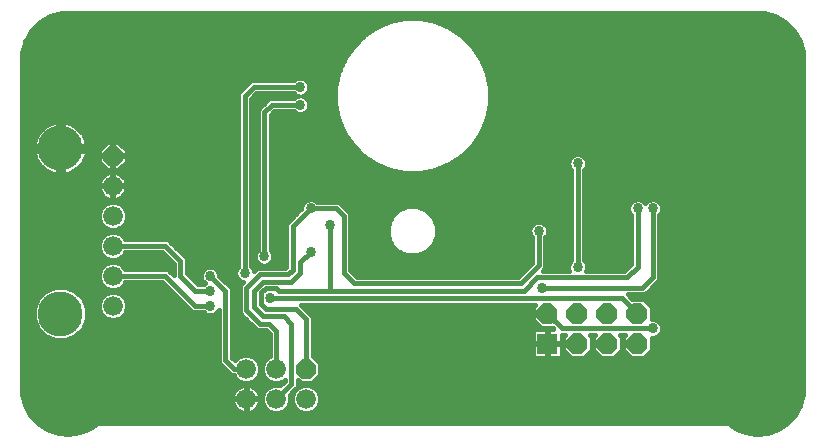
<source format=gbl>
G75*
%MOIN*%
%OFA0B0*%
%FSLAX25Y25*%
%IPPOS*%
%LPD*%
%AMOC8*
5,1,8,0,0,1.08239X$1,22.5*
%
%ADD10OC8,0.06600*%
%ADD11C,0.06600*%
%ADD12R,0.07000X0.07000*%
%ADD13OC8,0.07000*%
%ADD14C,0.15000*%
%ADD15C,0.03369*%
%ADD16C,0.01600*%
D10*
X0119583Y0030000D03*
X0055083Y0101000D03*
D11*
X0055083Y0091000D03*
X0055083Y0081000D03*
X0055083Y0071000D03*
X0055083Y0061000D03*
X0055083Y0051000D03*
X0099583Y0030000D03*
X0109583Y0030000D03*
X0109583Y0020000D03*
X0119583Y0020000D03*
X0099583Y0020000D03*
D12*
X0200012Y0038434D03*
D13*
X0210012Y0038434D03*
X0220012Y0038434D03*
X0230012Y0038434D03*
X0230012Y0048434D03*
X0220012Y0048434D03*
X0210012Y0048434D03*
X0200012Y0048434D03*
D14*
X0037646Y0048441D03*
X0037646Y0103559D03*
D15*
X0087583Y0061000D03*
X0087583Y0056000D03*
X0087583Y0051000D03*
X0099083Y0062000D03*
X0105583Y0067500D03*
X0121083Y0069000D03*
X0127583Y0078000D03*
X0121083Y0083500D03*
X0107583Y0053500D03*
X0198083Y0057000D03*
X0210083Y0064000D03*
X0197083Y0076000D03*
X0197083Y0081000D03*
X0210083Y0098500D03*
X0230083Y0083500D03*
X0235083Y0083500D03*
X0235083Y0043500D03*
X0117583Y0118000D03*
X0117583Y0124000D03*
D16*
X0025907Y0018017D02*
X0027669Y0014729D01*
X0027669Y0014729D01*
X0030179Y0011970D01*
X0033286Y0009905D01*
X0036802Y0008658D01*
X0040515Y0008306D01*
X0044203Y0008869D01*
X0047642Y0010313D01*
X0049108Y0011277D01*
X0049631Y0011800D01*
X0049817Y0011800D01*
X0049965Y0011912D01*
X0050747Y0011800D01*
X0259420Y0011800D01*
X0260201Y0011912D01*
X0260350Y0011800D01*
X0260536Y0011800D01*
X0261059Y0011277D01*
X0262524Y0010313D01*
X0265964Y0008869D01*
X0269651Y0008306D01*
X0273365Y0008658D01*
X0276881Y0009905D01*
X0279988Y0011970D01*
X0282498Y0014729D01*
X0284260Y0018017D01*
X0285168Y0021635D01*
X0285283Y0023500D01*
X0285283Y0133500D01*
X0285153Y0135484D01*
X0284126Y0139317D01*
X0282142Y0142753D01*
X0279337Y0145559D01*
X0275900Y0147543D01*
X0272067Y0148570D01*
X0270083Y0148700D01*
X0040083Y0148700D01*
X0038099Y0148570D01*
X0034267Y0147543D01*
X0030830Y0145559D01*
X0028024Y0142753D01*
X0026040Y0139317D01*
X0025013Y0135484D01*
X0024883Y0133500D01*
X0024883Y0023500D01*
X0024998Y0021635D01*
X0025907Y0018017D01*
X0026081Y0017691D02*
X0095485Y0017691D01*
X0095564Y0017537D02*
X0095998Y0016938D01*
X0096521Y0016415D01*
X0097120Y0015980D01*
X0097779Y0015644D01*
X0098483Y0015416D01*
X0099213Y0015300D01*
X0099399Y0015300D01*
X0099399Y0019816D01*
X0094883Y0019816D01*
X0094883Y0019630D01*
X0094999Y0018899D01*
X0095228Y0018196D01*
X0095564Y0017537D01*
X0094937Y0019290D02*
X0025587Y0019290D01*
X0025186Y0020888D02*
X0094965Y0020888D01*
X0094999Y0021101D02*
X0094883Y0020370D01*
X0094883Y0020184D01*
X0099399Y0020184D01*
X0099399Y0019816D01*
X0099768Y0019816D01*
X0099768Y0020184D01*
X0104283Y0020184D01*
X0104283Y0020370D01*
X0104168Y0021101D01*
X0103939Y0021804D01*
X0103603Y0022463D01*
X0103168Y0023062D01*
X0102645Y0023585D01*
X0102047Y0024020D01*
X0101387Y0024356D01*
X0100684Y0024584D01*
X0099953Y0024700D01*
X0099768Y0024700D01*
X0099768Y0020184D01*
X0099399Y0020184D01*
X0099399Y0024700D01*
X0099213Y0024700D01*
X0098483Y0024584D01*
X0097779Y0024356D01*
X0097120Y0024020D01*
X0096521Y0023585D01*
X0095998Y0023062D01*
X0095564Y0022463D01*
X0095228Y0021804D01*
X0094999Y0021101D01*
X0095581Y0022487D02*
X0024946Y0022487D01*
X0024883Y0024085D02*
X0097249Y0024085D01*
X0097722Y0025684D02*
X0024883Y0025684D01*
X0024883Y0027282D02*
X0095654Y0027282D01*
X0095599Y0027338D02*
X0096921Y0026016D01*
X0098648Y0025300D01*
X0100518Y0025300D01*
X0102246Y0026016D01*
X0103568Y0027338D01*
X0104283Y0029065D01*
X0104283Y0030935D01*
X0103568Y0032662D01*
X0102246Y0033984D01*
X0100518Y0034700D01*
X0098648Y0034700D01*
X0096921Y0033984D01*
X0095816Y0032879D01*
X0094783Y0033911D01*
X0094783Y0056911D01*
X0090668Y0061027D01*
X0090668Y0061613D01*
X0090198Y0062747D01*
X0089330Y0063615D01*
X0088197Y0064084D01*
X0086970Y0064084D01*
X0085836Y0063615D01*
X0084969Y0062747D01*
X0084499Y0061613D01*
X0084499Y0060386D01*
X0084969Y0059253D01*
X0082442Y0059253D01*
X0083495Y0058200D02*
X0079783Y0061911D01*
X0079783Y0066911D01*
X0074783Y0071911D01*
X0073495Y0073200D01*
X0059259Y0073200D01*
X0059068Y0073662D01*
X0057746Y0074984D01*
X0056018Y0075700D01*
X0054148Y0075700D01*
X0052421Y0074984D01*
X0051099Y0073662D01*
X0050383Y0071935D01*
X0050383Y0070065D01*
X0051099Y0068338D01*
X0052421Y0067016D01*
X0054148Y0066300D01*
X0056018Y0066300D01*
X0057746Y0067016D01*
X0059068Y0068338D01*
X0059259Y0068800D01*
X0071672Y0068800D01*
X0075383Y0065089D01*
X0075383Y0061311D01*
X0073495Y0063200D01*
X0059259Y0063200D01*
X0059068Y0063662D01*
X0057746Y0064984D01*
X0056018Y0065700D01*
X0054148Y0065700D01*
X0052421Y0064984D01*
X0051099Y0063662D01*
X0050383Y0061935D01*
X0050383Y0060065D01*
X0051099Y0058338D01*
X0052421Y0057016D01*
X0054148Y0056300D01*
X0056018Y0056300D01*
X0057746Y0057016D01*
X0059068Y0058338D01*
X0059259Y0058800D01*
X0071672Y0058800D01*
X0081672Y0048800D01*
X0085422Y0048800D01*
X0085836Y0048385D01*
X0086970Y0047916D01*
X0088197Y0047916D01*
X0089330Y0048385D01*
X0090198Y0049253D01*
X0090383Y0049700D01*
X0090383Y0032089D01*
X0091672Y0030800D01*
X0094672Y0027800D01*
X0095407Y0027800D01*
X0095599Y0027338D01*
X0093591Y0028881D02*
X0024883Y0028881D01*
X0024883Y0030479D02*
X0091993Y0030479D01*
X0090394Y0032078D02*
X0024883Y0032078D01*
X0024883Y0033676D02*
X0090383Y0033676D01*
X0090383Y0035275D02*
X0024883Y0035275D01*
X0024883Y0036873D02*
X0090383Y0036873D01*
X0090383Y0038472D02*
X0024883Y0038472D01*
X0024883Y0040070D02*
X0034598Y0040070D01*
X0035876Y0039541D02*
X0032605Y0040896D01*
X0030101Y0043399D01*
X0028746Y0046671D01*
X0028746Y0050211D01*
X0030101Y0053482D01*
X0032605Y0055986D01*
X0035876Y0057341D01*
X0039417Y0057341D01*
X0042688Y0055986D01*
X0045191Y0053482D01*
X0046546Y0050211D01*
X0046546Y0046671D01*
X0045191Y0043399D01*
X0042688Y0040896D01*
X0039417Y0039541D01*
X0035876Y0039541D01*
X0040695Y0040070D02*
X0090383Y0040070D01*
X0090383Y0041669D02*
X0043461Y0041669D01*
X0045059Y0043268D02*
X0090383Y0043268D01*
X0090383Y0044866D02*
X0045799Y0044866D01*
X0046461Y0046465D02*
X0053751Y0046465D01*
X0054148Y0046300D02*
X0056018Y0046300D01*
X0057746Y0047016D01*
X0059068Y0048338D01*
X0059783Y0050065D01*
X0059783Y0051935D01*
X0059068Y0053662D01*
X0057746Y0054984D01*
X0056018Y0055700D01*
X0054148Y0055700D01*
X0052421Y0054984D01*
X0051099Y0053662D01*
X0050383Y0051935D01*
X0050383Y0050065D01*
X0051099Y0048338D01*
X0052421Y0047016D01*
X0054148Y0046300D01*
X0056415Y0046465D02*
X0090383Y0046465D01*
X0090383Y0048063D02*
X0088552Y0048063D01*
X0086614Y0048063D02*
X0058793Y0048063D01*
X0059616Y0049662D02*
X0080810Y0049662D01*
X0082583Y0051000D02*
X0072583Y0061000D01*
X0055083Y0061000D01*
X0050720Y0059253D02*
X0024883Y0059253D01*
X0024883Y0060851D02*
X0050383Y0060851D01*
X0050597Y0062450D02*
X0024883Y0062450D01*
X0024883Y0064048D02*
X0051485Y0064048D01*
X0054020Y0065647D02*
X0024883Y0065647D01*
X0024883Y0067245D02*
X0052191Y0067245D01*
X0050889Y0068844D02*
X0024883Y0068844D01*
X0024883Y0070442D02*
X0050383Y0070442D01*
X0050427Y0072041D02*
X0024883Y0072041D01*
X0024883Y0073639D02*
X0051089Y0073639D01*
X0053032Y0075238D02*
X0024883Y0075238D01*
X0024883Y0076836D02*
X0052854Y0076836D01*
X0052421Y0077016D02*
X0054148Y0076300D01*
X0056018Y0076300D01*
X0057746Y0077016D01*
X0059068Y0078338D01*
X0059783Y0080065D01*
X0059783Y0081935D01*
X0059068Y0083662D01*
X0057746Y0084984D01*
X0056018Y0085700D01*
X0054148Y0085700D01*
X0052421Y0084984D01*
X0051099Y0083662D01*
X0050383Y0081935D01*
X0050383Y0080065D01*
X0051099Y0078338D01*
X0052421Y0077016D01*
X0051059Y0078435D02*
X0024883Y0078435D01*
X0024883Y0080033D02*
X0050397Y0080033D01*
X0050383Y0081632D02*
X0024883Y0081632D01*
X0024883Y0083230D02*
X0050920Y0083230D01*
X0052265Y0084829D02*
X0024883Y0084829D01*
X0024883Y0086427D02*
X0053947Y0086427D01*
X0053983Y0086416D02*
X0054713Y0086300D01*
X0054899Y0086300D01*
X0054899Y0090816D01*
X0050383Y0090816D01*
X0050383Y0090630D01*
X0050499Y0089899D01*
X0050728Y0089196D01*
X0051064Y0088537D01*
X0051498Y0087938D01*
X0052021Y0087415D01*
X0052620Y0086980D01*
X0053279Y0086644D01*
X0053983Y0086416D01*
X0054899Y0086427D02*
X0055268Y0086427D01*
X0055268Y0086300D02*
X0055453Y0086300D01*
X0056184Y0086416D01*
X0056887Y0086644D01*
X0057547Y0086980D01*
X0058145Y0087415D01*
X0058668Y0087938D01*
X0059103Y0088537D01*
X0059439Y0089196D01*
X0059668Y0089899D01*
X0059783Y0090630D01*
X0059783Y0090816D01*
X0055268Y0090816D01*
X0055268Y0091184D01*
X0059783Y0091184D01*
X0059783Y0091370D01*
X0059668Y0092101D01*
X0059439Y0092804D01*
X0059103Y0093463D01*
X0058668Y0094062D01*
X0058145Y0094585D01*
X0057547Y0095020D01*
X0056887Y0095356D01*
X0056184Y0095584D01*
X0055453Y0095700D01*
X0055268Y0095700D01*
X0055268Y0091184D01*
X0054899Y0091184D01*
X0054899Y0090816D01*
X0055268Y0090816D01*
X0055268Y0086300D01*
X0056220Y0086427D02*
X0096883Y0086427D01*
X0096883Y0084829D02*
X0057901Y0084829D01*
X0059247Y0083230D02*
X0096883Y0083230D01*
X0096883Y0081632D02*
X0059783Y0081632D01*
X0059770Y0080033D02*
X0096883Y0080033D01*
X0096883Y0078435D02*
X0059108Y0078435D01*
X0057313Y0076836D02*
X0096883Y0076836D01*
X0096883Y0075238D02*
X0057134Y0075238D01*
X0059077Y0073639D02*
X0096883Y0073639D01*
X0096883Y0072041D02*
X0074654Y0072041D01*
X0076252Y0070442D02*
X0096883Y0070442D01*
X0096883Y0068844D02*
X0077851Y0068844D01*
X0079449Y0067245D02*
X0096883Y0067245D01*
X0096883Y0065647D02*
X0079783Y0065647D01*
X0079783Y0064048D02*
X0086883Y0064048D01*
X0088284Y0064048D02*
X0096770Y0064048D01*
X0096883Y0064162D02*
X0096469Y0063747D01*
X0095999Y0062613D01*
X0095999Y0061386D01*
X0096469Y0060253D01*
X0097336Y0059385D01*
X0098412Y0058940D01*
X0097383Y0057911D01*
X0097383Y0048589D01*
X0098672Y0047300D01*
X0103172Y0042800D01*
X0106172Y0042800D01*
X0107383Y0041589D01*
X0107383Y0034176D01*
X0106921Y0033984D01*
X0105599Y0032662D01*
X0104883Y0030935D01*
X0104883Y0029065D01*
X0105599Y0027338D01*
X0106921Y0026016D01*
X0108648Y0025300D01*
X0110518Y0025300D01*
X0112246Y0026016D01*
X0112383Y0026153D01*
X0112383Y0025911D01*
X0110981Y0024508D01*
X0110518Y0024700D01*
X0108648Y0024700D01*
X0106921Y0023984D01*
X0105599Y0022662D01*
X0104883Y0020935D01*
X0104883Y0019065D01*
X0105599Y0017338D01*
X0106921Y0016016D01*
X0108648Y0015300D01*
X0110518Y0015300D01*
X0112246Y0016016D01*
X0113568Y0017338D01*
X0114283Y0019065D01*
X0114283Y0020935D01*
X0114092Y0021397D01*
X0115495Y0022800D01*
X0116783Y0024089D01*
X0116783Y0026153D01*
X0117637Y0025300D01*
X0121530Y0025300D01*
X0124283Y0028053D01*
X0124283Y0031947D01*
X0121783Y0034447D01*
X0121783Y0047411D01*
X0118283Y0050911D01*
X0117895Y0051300D01*
X0195948Y0051300D01*
X0195112Y0050463D01*
X0195112Y0046404D01*
X0197982Y0043534D01*
X0201801Y0043534D01*
X0202001Y0043334D01*
X0200196Y0043334D01*
X0200196Y0038618D01*
X0199828Y0038618D01*
X0199828Y0043334D01*
X0196328Y0043334D01*
X0195971Y0043238D01*
X0195652Y0043054D01*
X0195392Y0042793D01*
X0195207Y0042474D01*
X0195112Y0042118D01*
X0195112Y0038618D01*
X0199828Y0038618D01*
X0199828Y0038250D01*
X0199828Y0038249D02*
X0200196Y0038249D01*
X0200196Y0033534D01*
X0203696Y0033534D01*
X0204052Y0033629D01*
X0204371Y0033814D01*
X0204632Y0034074D01*
X0204816Y0034393D01*
X0204912Y0034749D01*
X0204912Y0038250D01*
X0200196Y0038250D01*
X0200196Y0038618D01*
X0204912Y0038618D01*
X0204912Y0041300D01*
X0205948Y0041300D01*
X0205112Y0040463D01*
X0205112Y0036404D01*
X0207982Y0033534D01*
X0212042Y0033534D01*
X0214912Y0036404D01*
X0214912Y0040463D01*
X0214075Y0041300D01*
X0215948Y0041300D01*
X0215112Y0040463D01*
X0215112Y0036404D01*
X0217982Y0033534D01*
X0222042Y0033534D01*
X0224912Y0036404D01*
X0224912Y0040463D01*
X0224075Y0041300D01*
X0225948Y0041300D01*
X0225112Y0040463D01*
X0225112Y0036404D01*
X0227982Y0033534D01*
X0232042Y0033534D01*
X0234912Y0036404D01*
X0234912Y0040416D01*
X0235697Y0040416D01*
X0236830Y0040885D01*
X0237698Y0041753D01*
X0238168Y0042886D01*
X0238168Y0044113D01*
X0237698Y0045247D01*
X0236830Y0046115D01*
X0235697Y0046584D01*
X0234912Y0046584D01*
X0234912Y0050463D01*
X0232042Y0053334D01*
X0228223Y0053334D01*
X0226757Y0054800D01*
X0232495Y0054800D01*
X0233783Y0056089D01*
X0235995Y0058300D01*
X0237283Y0059589D01*
X0237283Y0081338D01*
X0237698Y0081753D01*
X0238168Y0082886D01*
X0238168Y0084113D01*
X0237698Y0085247D01*
X0236830Y0086115D01*
X0235697Y0086584D01*
X0234470Y0086584D01*
X0233336Y0086115D01*
X0232583Y0085362D01*
X0231830Y0086115D01*
X0230697Y0086584D01*
X0229470Y0086584D01*
X0228336Y0086115D01*
X0227469Y0085247D01*
X0226999Y0084113D01*
X0226999Y0082886D01*
X0227469Y0081753D01*
X0227883Y0081338D01*
X0227883Y0064911D01*
X0225672Y0062700D01*
X0212883Y0062700D01*
X0213168Y0063386D01*
X0213168Y0064613D01*
X0212698Y0065747D01*
X0212283Y0066162D01*
X0212283Y0096338D01*
X0212698Y0096753D01*
X0213168Y0097886D01*
X0213168Y0099113D01*
X0212698Y0100247D01*
X0211830Y0101115D01*
X0210697Y0101584D01*
X0209470Y0101584D01*
X0208336Y0101115D01*
X0207469Y0100247D01*
X0206999Y0099113D01*
X0206999Y0097886D01*
X0207469Y0096753D01*
X0207883Y0096338D01*
X0207883Y0066162D01*
X0207469Y0065747D01*
X0206999Y0064613D01*
X0206999Y0063386D01*
X0207283Y0062700D01*
X0198395Y0062700D01*
X0199283Y0063589D01*
X0199283Y0073838D01*
X0199698Y0074253D01*
X0200168Y0075386D01*
X0200168Y0076613D01*
X0199698Y0077747D01*
X0198830Y0078615D01*
X0197697Y0079084D01*
X0196470Y0079084D01*
X0195336Y0078615D01*
X0194469Y0077747D01*
X0193999Y0076613D01*
X0193999Y0075386D01*
X0194469Y0074253D01*
X0194883Y0073838D01*
X0194883Y0065411D01*
X0190172Y0060700D01*
X0136495Y0060700D01*
X0134283Y0062911D01*
X0134283Y0081911D01*
X0131783Y0084411D01*
X0130495Y0085700D01*
X0123245Y0085700D01*
X0122830Y0086115D01*
X0121697Y0086584D01*
X0120470Y0086584D01*
X0119336Y0086115D01*
X0118469Y0085247D01*
X0117999Y0084113D01*
X0117999Y0083527D01*
X0112883Y0078411D01*
X0112883Y0063911D01*
X0112672Y0063700D01*
X0103172Y0063700D01*
X0102144Y0062671D01*
X0101698Y0063747D01*
X0101283Y0064162D01*
X0101283Y0120089D01*
X0102995Y0121800D01*
X0115422Y0121800D01*
X0115836Y0121385D01*
X0116766Y0121000D01*
X0115836Y0120615D01*
X0115422Y0120200D01*
X0107172Y0120200D01*
X0104672Y0117700D01*
X0103383Y0116411D01*
X0103383Y0069662D01*
X0102969Y0069247D01*
X0102499Y0068113D01*
X0102499Y0066886D01*
X0102969Y0065753D01*
X0103836Y0064885D01*
X0104970Y0064416D01*
X0106197Y0064416D01*
X0107330Y0064885D01*
X0108198Y0065753D01*
X0108668Y0066886D01*
X0108668Y0068113D01*
X0108198Y0069247D01*
X0107783Y0069662D01*
X0107783Y0114589D01*
X0108995Y0115800D01*
X0115422Y0115800D01*
X0115836Y0115385D01*
X0116970Y0114916D01*
X0118197Y0114916D01*
X0119330Y0115385D01*
X0120198Y0116253D01*
X0120668Y0117386D01*
X0120668Y0118613D01*
X0120198Y0119747D01*
X0119330Y0120615D01*
X0118400Y0121000D01*
X0119330Y0121385D01*
X0120198Y0122253D01*
X0120668Y0123386D01*
X0120668Y0124613D01*
X0120198Y0125747D01*
X0119330Y0126615D01*
X0118197Y0127084D01*
X0116970Y0127084D01*
X0115836Y0126615D01*
X0115422Y0126200D01*
X0101172Y0126200D01*
X0099883Y0124911D01*
X0096883Y0121911D01*
X0096883Y0064162D01*
X0095999Y0062450D02*
X0090321Y0062450D01*
X0090843Y0060851D02*
X0096221Y0060851D01*
X0097657Y0059253D02*
X0092442Y0059253D01*
X0094040Y0057654D02*
X0097383Y0057654D01*
X0097383Y0056056D02*
X0094783Y0056056D01*
X0094783Y0054457D02*
X0097383Y0054457D01*
X0097383Y0052859D02*
X0094783Y0052859D01*
X0094783Y0051260D02*
X0097383Y0051260D01*
X0097383Y0049662D02*
X0094783Y0049662D01*
X0094783Y0048063D02*
X0097909Y0048063D01*
X0099583Y0049500D02*
X0099583Y0057000D01*
X0104083Y0061500D01*
X0113583Y0061500D01*
X0115083Y0063000D01*
X0115083Y0077500D01*
X0121083Y0083500D01*
X0129583Y0083500D01*
X0132083Y0081000D01*
X0132083Y0062000D01*
X0135583Y0058500D01*
X0191083Y0058500D01*
X0197083Y0064500D01*
X0197083Y0076000D01*
X0195156Y0078435D02*
X0162842Y0078435D01*
X0163175Y0077632D02*
X0161925Y0080648D01*
X0159617Y0082956D01*
X0156601Y0084205D01*
X0153337Y0084205D01*
X0150321Y0082956D01*
X0148013Y0080648D01*
X0146764Y0077632D01*
X0146764Y0074368D01*
X0148013Y0071352D01*
X0150321Y0069044D01*
X0153337Y0067794D01*
X0156601Y0067794D01*
X0159617Y0069044D01*
X0161925Y0071352D01*
X0163175Y0074368D01*
X0163175Y0077632D01*
X0163175Y0076836D02*
X0194091Y0076836D01*
X0194061Y0075238D02*
X0163175Y0075238D01*
X0162873Y0073639D02*
X0194883Y0073639D01*
X0194883Y0072041D02*
X0162211Y0072041D01*
X0161016Y0070442D02*
X0194883Y0070442D01*
X0194883Y0068844D02*
X0159134Y0068844D01*
X0150804Y0068844D02*
X0134283Y0068844D01*
X0134283Y0070442D02*
X0148923Y0070442D01*
X0147728Y0072041D02*
X0134283Y0072041D01*
X0134283Y0073639D02*
X0147065Y0073639D01*
X0146764Y0075238D02*
X0134283Y0075238D01*
X0134283Y0076836D02*
X0146764Y0076836D01*
X0147096Y0078435D02*
X0134283Y0078435D01*
X0134283Y0080033D02*
X0147758Y0080033D01*
X0148997Y0081632D02*
X0134283Y0081632D01*
X0132964Y0083230D02*
X0150983Y0083230D01*
X0158956Y0083230D02*
X0207883Y0083230D01*
X0207883Y0081632D02*
X0160942Y0081632D01*
X0162180Y0080033D02*
X0207883Y0080033D01*
X0207883Y0078435D02*
X0199010Y0078435D01*
X0200075Y0076836D02*
X0207883Y0076836D01*
X0207883Y0075238D02*
X0200106Y0075238D01*
X0199283Y0073639D02*
X0207883Y0073639D01*
X0207883Y0072041D02*
X0199283Y0072041D01*
X0199283Y0070442D02*
X0207883Y0070442D01*
X0207883Y0068844D02*
X0199283Y0068844D01*
X0199283Y0067245D02*
X0207883Y0067245D01*
X0207427Y0065647D02*
X0199283Y0065647D01*
X0199283Y0064048D02*
X0206999Y0064048D01*
X0210083Y0064000D02*
X0210083Y0098500D01*
X0208035Y0100814D02*
X0171311Y0100814D01*
X0171530Y0100960D02*
X0175123Y0104553D01*
X0177947Y0108779D01*
X0179892Y0113474D01*
X0180883Y0118459D01*
X0180883Y0123541D01*
X0179892Y0128526D01*
X0177947Y0133221D01*
X0175123Y0137447D01*
X0171530Y0141040D01*
X0167304Y0143864D01*
X0162609Y0145809D01*
X0157624Y0146800D01*
X0152542Y0146800D01*
X0147558Y0145809D01*
X0142862Y0143864D01*
X0138637Y0141040D01*
X0135043Y0137447D01*
X0132220Y0133221D01*
X0130275Y0128526D01*
X0129283Y0123541D01*
X0129283Y0118459D01*
X0130275Y0113474D01*
X0132220Y0108779D01*
X0135043Y0104553D01*
X0138637Y0100960D01*
X0142862Y0098136D01*
X0147558Y0096191D01*
X0152542Y0095200D01*
X0157624Y0095200D01*
X0162609Y0096191D01*
X0167304Y0098136D01*
X0171530Y0100960D01*
X0172982Y0102412D02*
X0285283Y0102412D01*
X0285283Y0100814D02*
X0212131Y0100814D01*
X0213125Y0099215D02*
X0285283Y0099215D01*
X0285283Y0097617D02*
X0213056Y0097617D01*
X0212283Y0096018D02*
X0285283Y0096018D01*
X0285283Y0094420D02*
X0212283Y0094420D01*
X0212283Y0092821D02*
X0285283Y0092821D01*
X0285283Y0091223D02*
X0212283Y0091223D01*
X0212283Y0089624D02*
X0285283Y0089624D01*
X0285283Y0088026D02*
X0212283Y0088026D01*
X0212283Y0086427D02*
X0229091Y0086427D01*
X0231076Y0086427D02*
X0234091Y0086427D01*
X0236076Y0086427D02*
X0285283Y0086427D01*
X0285283Y0084829D02*
X0237871Y0084829D01*
X0238168Y0083230D02*
X0285283Y0083230D01*
X0285283Y0081632D02*
X0237577Y0081632D01*
X0237283Y0080033D02*
X0285283Y0080033D01*
X0285283Y0078435D02*
X0237283Y0078435D01*
X0237283Y0076836D02*
X0285283Y0076836D01*
X0285283Y0075238D02*
X0237283Y0075238D01*
X0237283Y0073639D02*
X0285283Y0073639D01*
X0285283Y0072041D02*
X0237283Y0072041D01*
X0237283Y0070442D02*
X0285283Y0070442D01*
X0285283Y0068844D02*
X0237283Y0068844D01*
X0237283Y0067245D02*
X0285283Y0067245D01*
X0285283Y0065647D02*
X0237283Y0065647D01*
X0237283Y0064048D02*
X0285283Y0064048D01*
X0285283Y0062450D02*
X0237283Y0062450D01*
X0237283Y0060851D02*
X0285283Y0060851D01*
X0285283Y0059253D02*
X0236947Y0059253D01*
X0235995Y0058300D02*
X0235995Y0058300D01*
X0235349Y0057654D02*
X0285283Y0057654D01*
X0285283Y0056056D02*
X0233750Y0056056D01*
X0233783Y0056089D02*
X0233783Y0056089D01*
X0231583Y0057000D02*
X0235083Y0060500D01*
X0235083Y0083500D01*
X0230083Y0083500D02*
X0230083Y0064000D01*
X0226583Y0060500D01*
X0196583Y0060500D01*
X0192083Y0056000D01*
X0127583Y0056000D01*
X0110583Y0056000D01*
X0109583Y0057000D01*
X0106083Y0057000D01*
X0104583Y0055500D01*
X0104583Y0051500D01*
X0106083Y0050000D01*
X0116083Y0050000D01*
X0119583Y0046500D01*
X0119583Y0030000D01*
X0124283Y0030479D02*
X0285283Y0030479D01*
X0285283Y0028881D02*
X0124283Y0028881D01*
X0123513Y0027282D02*
X0285283Y0027282D01*
X0285283Y0025684D02*
X0121914Y0025684D01*
X0122002Y0024085D02*
X0285283Y0024085D01*
X0285221Y0022487D02*
X0123640Y0022487D01*
X0123568Y0022662D02*
X0122246Y0023984D01*
X0120518Y0024700D01*
X0118648Y0024700D01*
X0116921Y0023984D01*
X0115599Y0022662D01*
X0114883Y0020935D01*
X0114883Y0019065D01*
X0115599Y0017338D01*
X0116921Y0016016D01*
X0118648Y0015300D01*
X0120518Y0015300D01*
X0122246Y0016016D01*
X0123568Y0017338D01*
X0124283Y0019065D01*
X0124283Y0020935D01*
X0123568Y0022662D01*
X0124283Y0020888D02*
X0284981Y0020888D01*
X0284580Y0019290D02*
X0124283Y0019290D01*
X0123714Y0017691D02*
X0284085Y0017691D01*
X0283229Y0016093D02*
X0122323Y0016093D01*
X0116844Y0016093D02*
X0112323Y0016093D01*
X0113714Y0017691D02*
X0115452Y0017691D01*
X0114883Y0019290D02*
X0114283Y0019290D01*
X0114283Y0020888D02*
X0114883Y0020888D01*
X0115181Y0022487D02*
X0115526Y0022487D01*
X0116780Y0024085D02*
X0117165Y0024085D01*
X0117253Y0025684D02*
X0116783Y0025684D01*
X0114583Y0025000D02*
X0114583Y0045000D01*
X0112083Y0047500D01*
X0105083Y0047500D01*
X0102083Y0050500D01*
X0102083Y0056000D01*
X0105083Y0059000D01*
X0114583Y0059000D01*
X0117583Y0062000D01*
X0117583Y0065500D01*
X0121083Y0069000D01*
X0112883Y0068844D02*
X0108365Y0068844D01*
X0108668Y0067245D02*
X0112883Y0067245D01*
X0112883Y0065647D02*
X0108092Y0065647D01*
X0105583Y0067500D02*
X0105583Y0115500D01*
X0108083Y0118000D01*
X0117583Y0118000D01*
X0120424Y0116799D02*
X0129613Y0116799D01*
X0129296Y0118398D02*
X0120668Y0118398D01*
X0119949Y0119996D02*
X0129283Y0119996D01*
X0129283Y0121595D02*
X0119540Y0121595D01*
X0120587Y0123193D02*
X0129283Y0123193D01*
X0129532Y0124792D02*
X0120594Y0124792D01*
X0119555Y0126390D02*
X0129850Y0126390D01*
X0130168Y0127989D02*
X0024883Y0127989D01*
X0024883Y0129587D02*
X0130715Y0129587D01*
X0131377Y0131186D02*
X0024883Y0131186D01*
X0024883Y0132784D02*
X0132039Y0132784D01*
X0132996Y0134383D02*
X0024941Y0134383D01*
X0025147Y0135981D02*
X0134064Y0135981D01*
X0135176Y0137580D02*
X0025575Y0137580D01*
X0026003Y0139178D02*
X0136775Y0139178D01*
X0138373Y0140777D02*
X0026883Y0140777D01*
X0027806Y0142375D02*
X0140635Y0142375D01*
X0143128Y0143974D02*
X0029245Y0143974D01*
X0030853Y0145572D02*
X0146987Y0145572D01*
X0163179Y0145572D02*
X0279314Y0145572D01*
X0280922Y0143974D02*
X0167038Y0143974D01*
X0169532Y0142375D02*
X0282361Y0142375D01*
X0283283Y0140777D02*
X0171793Y0140777D01*
X0173392Y0139178D02*
X0284163Y0139178D01*
X0284592Y0137580D02*
X0174990Y0137580D01*
X0176103Y0135981D02*
X0285020Y0135981D01*
X0285225Y0134383D02*
X0177171Y0134383D01*
X0178128Y0132784D02*
X0285283Y0132784D01*
X0285283Y0131186D02*
X0178790Y0131186D01*
X0179452Y0129587D02*
X0285283Y0129587D01*
X0285283Y0127989D02*
X0179999Y0127989D01*
X0180317Y0126390D02*
X0285283Y0126390D01*
X0285283Y0124792D02*
X0180635Y0124792D01*
X0180883Y0123193D02*
X0285283Y0123193D01*
X0285283Y0121595D02*
X0180883Y0121595D01*
X0180883Y0119996D02*
X0285283Y0119996D01*
X0285283Y0118398D02*
X0180871Y0118398D01*
X0180553Y0116799D02*
X0285283Y0116799D01*
X0285283Y0115201D02*
X0180235Y0115201D01*
X0179917Y0113602D02*
X0285283Y0113602D01*
X0285283Y0112003D02*
X0179283Y0112003D01*
X0178620Y0110405D02*
X0285283Y0110405D01*
X0285283Y0108806D02*
X0177958Y0108806D01*
X0176897Y0107208D02*
X0285283Y0107208D01*
X0285283Y0105609D02*
X0175829Y0105609D01*
X0174581Y0104011D02*
X0285283Y0104011D01*
X0227295Y0084829D02*
X0212283Y0084829D01*
X0212283Y0083230D02*
X0226999Y0083230D01*
X0227590Y0081632D02*
X0212283Y0081632D01*
X0212283Y0080033D02*
X0227883Y0080033D01*
X0227883Y0078435D02*
X0212283Y0078435D01*
X0212283Y0076836D02*
X0227883Y0076836D01*
X0227883Y0075238D02*
X0212283Y0075238D01*
X0212283Y0073639D02*
X0227883Y0073639D01*
X0227883Y0072041D02*
X0212283Y0072041D01*
X0212283Y0070442D02*
X0227883Y0070442D01*
X0227883Y0068844D02*
X0212283Y0068844D01*
X0212283Y0067245D02*
X0227883Y0067245D01*
X0227883Y0065647D02*
X0212740Y0065647D01*
X0213168Y0064048D02*
X0227020Y0064048D01*
X0231583Y0057000D02*
X0198083Y0057000D01*
X0195909Y0051260D02*
X0117935Y0051260D01*
X0119533Y0049662D02*
X0195112Y0049662D01*
X0195112Y0048063D02*
X0121132Y0048063D01*
X0121783Y0046465D02*
X0195112Y0046465D01*
X0196650Y0044866D02*
X0121783Y0044866D01*
X0121783Y0043268D02*
X0196080Y0043268D01*
X0195112Y0041669D02*
X0121783Y0041669D01*
X0121783Y0040070D02*
X0195112Y0040070D01*
X0195112Y0038250D02*
X0195112Y0034749D01*
X0195207Y0034393D01*
X0195392Y0034074D01*
X0195652Y0033814D01*
X0195971Y0033629D01*
X0196328Y0033534D01*
X0199828Y0033534D01*
X0199828Y0038249D01*
X0199828Y0038250D02*
X0195112Y0038250D01*
X0195112Y0036873D02*
X0121783Y0036873D01*
X0121783Y0035275D02*
X0195112Y0035275D01*
X0195890Y0033676D02*
X0122554Y0033676D01*
X0124152Y0032078D02*
X0285283Y0032078D01*
X0285283Y0033676D02*
X0232184Y0033676D01*
X0233783Y0035275D02*
X0285283Y0035275D01*
X0285283Y0036873D02*
X0234912Y0036873D01*
X0234912Y0038472D02*
X0285283Y0038472D01*
X0285283Y0040070D02*
X0234912Y0040070D01*
X0237614Y0041669D02*
X0285283Y0041669D01*
X0285283Y0043268D02*
X0238168Y0043268D01*
X0237856Y0044866D02*
X0285283Y0044866D01*
X0285283Y0046465D02*
X0235986Y0046465D01*
X0234912Y0048063D02*
X0285283Y0048063D01*
X0285283Y0049662D02*
X0234912Y0049662D01*
X0234115Y0051260D02*
X0285283Y0051260D01*
X0285283Y0052859D02*
X0232517Y0052859D01*
X0230012Y0048434D02*
X0224946Y0053500D01*
X0107583Y0053500D01*
X0099583Y0049500D02*
X0104083Y0045000D01*
X0107083Y0045000D01*
X0109583Y0042500D01*
X0109583Y0030000D01*
X0107722Y0025684D02*
X0101445Y0025684D01*
X0101918Y0024085D02*
X0107165Y0024085D01*
X0105526Y0022487D02*
X0103586Y0022487D01*
X0104201Y0020888D02*
X0104883Y0020888D01*
X0104283Y0019816D02*
X0099768Y0019816D01*
X0099768Y0015300D01*
X0099953Y0015300D01*
X0100684Y0015416D01*
X0101387Y0015644D01*
X0102047Y0015980D01*
X0102645Y0016415D01*
X0103168Y0016938D01*
X0103603Y0017537D01*
X0103939Y0018196D01*
X0104168Y0018899D01*
X0104283Y0019630D01*
X0104283Y0019816D01*
X0104229Y0019290D02*
X0104883Y0019290D01*
X0105452Y0017691D02*
X0103682Y0017691D01*
X0102202Y0016093D02*
X0106844Y0016093D01*
X0109583Y0020000D02*
X0114583Y0025000D01*
X0112156Y0025684D02*
X0111445Y0025684D01*
X0105654Y0027282D02*
X0103513Y0027282D01*
X0104207Y0028881D02*
X0104960Y0028881D01*
X0104883Y0030479D02*
X0104283Y0030479D01*
X0103810Y0032078D02*
X0105357Y0032078D01*
X0106613Y0033676D02*
X0102554Y0033676D01*
X0099583Y0030000D02*
X0095583Y0030000D01*
X0092583Y0033000D01*
X0092583Y0056000D01*
X0087583Y0061000D01*
X0084499Y0060851D02*
X0080843Y0060851D01*
X0079783Y0062450D02*
X0084845Y0062450D01*
X0084969Y0059253D02*
X0085722Y0058500D01*
X0085422Y0058200D01*
X0083495Y0058200D01*
X0082583Y0056000D02*
X0077583Y0061000D01*
X0077583Y0066000D01*
X0072583Y0071000D01*
X0055083Y0071000D01*
X0057975Y0067245D02*
X0073227Y0067245D01*
X0074825Y0065647D02*
X0056147Y0065647D01*
X0058682Y0064048D02*
X0075383Y0064048D01*
X0075383Y0062450D02*
X0074245Y0062450D01*
X0072818Y0057654D02*
X0058384Y0057654D01*
X0058273Y0054457D02*
X0076015Y0054457D01*
X0077613Y0052859D02*
X0059401Y0052859D01*
X0059783Y0051260D02*
X0079212Y0051260D01*
X0082583Y0051000D02*
X0087583Y0051000D01*
X0090367Y0049662D02*
X0090383Y0049662D01*
X0094783Y0046465D02*
X0099508Y0046465D01*
X0101106Y0044866D02*
X0094783Y0044866D01*
X0094783Y0043268D02*
X0102705Y0043268D01*
X0107303Y0041669D02*
X0094783Y0041669D01*
X0094783Y0040070D02*
X0107383Y0040070D01*
X0107383Y0038472D02*
X0094783Y0038472D01*
X0094783Y0036873D02*
X0107383Y0036873D01*
X0107383Y0035275D02*
X0094783Y0035275D01*
X0095018Y0033676D02*
X0096613Y0033676D01*
X0099399Y0024085D02*
X0099768Y0024085D01*
X0099768Y0022487D02*
X0099399Y0022487D01*
X0099399Y0020888D02*
X0099768Y0020888D01*
X0099768Y0019290D02*
X0099399Y0019290D01*
X0099399Y0017691D02*
X0099768Y0017691D01*
X0099768Y0016093D02*
X0099399Y0016093D01*
X0096965Y0016093D02*
X0026938Y0016093D01*
X0027883Y0014494D02*
X0282284Y0014494D01*
X0280830Y0012896D02*
X0029337Y0012896D01*
X0031191Y0011297D02*
X0049128Y0011297D01*
X0046180Y0009699D02*
X0033867Y0009699D01*
X0031832Y0041669D02*
X0024883Y0041669D01*
X0024883Y0043268D02*
X0030233Y0043268D01*
X0029494Y0044866D02*
X0024883Y0044866D01*
X0024883Y0046465D02*
X0028832Y0046465D01*
X0028746Y0048063D02*
X0024883Y0048063D01*
X0024883Y0049662D02*
X0028746Y0049662D01*
X0029181Y0051260D02*
X0024883Y0051260D01*
X0024883Y0052859D02*
X0029843Y0052859D01*
X0031076Y0054457D02*
X0024883Y0054457D01*
X0024883Y0056056D02*
X0032773Y0056056D01*
X0024883Y0057654D02*
X0051782Y0057654D01*
X0051894Y0054457D02*
X0044217Y0054457D01*
X0045450Y0052859D02*
X0050766Y0052859D01*
X0050383Y0051260D02*
X0046112Y0051260D01*
X0046546Y0049662D02*
X0050550Y0049662D01*
X0051373Y0048063D02*
X0046546Y0048063D01*
X0042520Y0056056D02*
X0074416Y0056056D01*
X0082583Y0056000D02*
X0087583Y0056000D01*
X0099083Y0062000D02*
X0099083Y0121000D01*
X0102083Y0124000D01*
X0117583Y0124000D01*
X0115612Y0126390D02*
X0024883Y0126390D01*
X0024883Y0124792D02*
X0099764Y0124792D01*
X0098165Y0123193D02*
X0024883Y0123193D01*
X0024883Y0121595D02*
X0096883Y0121595D01*
X0096883Y0119996D02*
X0024883Y0119996D01*
X0024883Y0118398D02*
X0096883Y0118398D01*
X0096883Y0116799D02*
X0024883Y0116799D01*
X0024883Y0115201D02*
X0096883Y0115201D01*
X0096883Y0113602D02*
X0024883Y0113602D01*
X0024883Y0112003D02*
X0034776Y0112003D01*
X0034779Y0112005D02*
X0033702Y0111558D01*
X0032691Y0110975D01*
X0031766Y0110265D01*
X0030941Y0109440D01*
X0030230Y0108514D01*
X0029647Y0107504D01*
X0029201Y0106426D01*
X0028899Y0105299D01*
X0028775Y0104359D01*
X0036846Y0104359D01*
X0036846Y0102759D01*
X0028775Y0102759D01*
X0028899Y0101819D01*
X0029201Y0100692D01*
X0029647Y0099614D01*
X0030230Y0098604D01*
X0030941Y0097678D01*
X0031766Y0096853D01*
X0032691Y0096143D01*
X0033702Y0095560D01*
X0034779Y0095113D01*
X0035906Y0094811D01*
X0036846Y0094688D01*
X0036846Y0102759D01*
X0038446Y0102759D01*
X0038446Y0094688D01*
X0039386Y0094811D01*
X0040513Y0095113D01*
X0041591Y0095560D01*
X0042602Y0096143D01*
X0043527Y0096853D01*
X0044352Y0097678D01*
X0045062Y0098604D01*
X0045646Y0099614D01*
X0046092Y0100692D01*
X0046394Y0101819D01*
X0046518Y0102759D01*
X0038446Y0102759D01*
X0038446Y0104359D01*
X0036846Y0104359D01*
X0036846Y0112431D01*
X0035906Y0112307D01*
X0034779Y0112005D01*
X0036846Y0112003D02*
X0038446Y0112003D01*
X0038446Y0112431D02*
X0039386Y0112307D01*
X0040513Y0112005D01*
X0041591Y0111558D01*
X0042602Y0110975D01*
X0043527Y0110265D01*
X0044352Y0109440D01*
X0045062Y0108514D01*
X0045646Y0107504D01*
X0046092Y0106426D01*
X0046394Y0105299D01*
X0046518Y0104359D01*
X0038446Y0104359D01*
X0038446Y0112431D01*
X0038446Y0110405D02*
X0036846Y0110405D01*
X0036846Y0108806D02*
X0038446Y0108806D01*
X0038446Y0107208D02*
X0036846Y0107208D01*
X0036846Y0105609D02*
X0038446Y0105609D01*
X0038446Y0104011D02*
X0051447Y0104011D01*
X0050383Y0102947D02*
X0050383Y0101184D01*
X0054899Y0101184D01*
X0054899Y0100816D01*
X0050383Y0100816D01*
X0050383Y0099053D01*
X0053137Y0096300D01*
X0054899Y0096300D01*
X0054899Y0100816D01*
X0055268Y0100816D01*
X0055268Y0101184D01*
X0059783Y0101184D01*
X0059783Y0102947D01*
X0057030Y0105700D01*
X0055268Y0105700D01*
X0055268Y0101184D01*
X0054899Y0101184D01*
X0054899Y0105700D01*
X0053137Y0105700D01*
X0050383Y0102947D01*
X0050383Y0102412D02*
X0046472Y0102412D01*
X0046125Y0100814D02*
X0050383Y0100814D01*
X0050383Y0099215D02*
X0045415Y0099215D01*
X0044291Y0097617D02*
X0051820Y0097617D01*
X0053279Y0095356D02*
X0052620Y0095020D01*
X0052021Y0094585D01*
X0051498Y0094062D01*
X0051064Y0093463D01*
X0050728Y0092804D01*
X0050499Y0092101D01*
X0050383Y0091370D01*
X0050383Y0091184D01*
X0054899Y0091184D01*
X0054899Y0095700D01*
X0054713Y0095700D01*
X0053983Y0095584D01*
X0053279Y0095356D01*
X0051856Y0094420D02*
X0024883Y0094420D01*
X0024883Y0096018D02*
X0032907Y0096018D01*
X0031002Y0097617D02*
X0024883Y0097617D01*
X0024883Y0099215D02*
X0029877Y0099215D01*
X0029168Y0100814D02*
X0024883Y0100814D01*
X0024883Y0102412D02*
X0028820Y0102412D01*
X0024883Y0104011D02*
X0036846Y0104011D01*
X0036846Y0102412D02*
X0038446Y0102412D01*
X0038446Y0100814D02*
X0036846Y0100814D01*
X0036846Y0099215D02*
X0038446Y0099215D01*
X0038446Y0097617D02*
X0036846Y0097617D01*
X0036846Y0096018D02*
X0038446Y0096018D01*
X0042385Y0096018D02*
X0096883Y0096018D01*
X0096883Y0094420D02*
X0058310Y0094420D01*
X0059430Y0092821D02*
X0096883Y0092821D01*
X0096883Y0091223D02*
X0059783Y0091223D01*
X0059578Y0089624D02*
X0096883Y0089624D01*
X0096883Y0088026D02*
X0058732Y0088026D01*
X0055268Y0088026D02*
X0054899Y0088026D01*
X0054899Y0089624D02*
X0055268Y0089624D01*
X0055268Y0091223D02*
X0054899Y0091223D01*
X0054899Y0092821D02*
X0055268Y0092821D01*
X0055268Y0094420D02*
X0054899Y0094420D01*
X0055268Y0096300D02*
X0057030Y0096300D01*
X0059783Y0099053D01*
X0059783Y0100816D01*
X0055268Y0100816D01*
X0055268Y0096300D01*
X0055268Y0097617D02*
X0054899Y0097617D01*
X0054899Y0099215D02*
X0055268Y0099215D01*
X0055268Y0100814D02*
X0054899Y0100814D01*
X0054899Y0102412D02*
X0055268Y0102412D01*
X0055268Y0104011D02*
X0054899Y0104011D01*
X0054899Y0105609D02*
X0055268Y0105609D01*
X0057121Y0105609D02*
X0096883Y0105609D01*
X0096883Y0104011D02*
X0058719Y0104011D01*
X0059783Y0102412D02*
X0096883Y0102412D01*
X0096883Y0100814D02*
X0059783Y0100814D01*
X0059783Y0099215D02*
X0096883Y0099215D01*
X0096883Y0097617D02*
X0058347Y0097617D01*
X0050736Y0092821D02*
X0024883Y0092821D01*
X0024883Y0091223D02*
X0050383Y0091223D01*
X0050588Y0089624D02*
X0024883Y0089624D01*
X0024883Y0088026D02*
X0051435Y0088026D01*
X0053046Y0105609D02*
X0046311Y0105609D01*
X0045768Y0107208D02*
X0096883Y0107208D01*
X0096883Y0108806D02*
X0044838Y0108806D01*
X0043344Y0110405D02*
X0096883Y0110405D01*
X0096883Y0112003D02*
X0040516Y0112003D01*
X0031948Y0110405D02*
X0024883Y0110405D01*
X0024883Y0108806D02*
X0030455Y0108806D01*
X0029524Y0107208D02*
X0024883Y0107208D01*
X0024883Y0105609D02*
X0028982Y0105609D01*
X0033622Y0147171D02*
X0276545Y0147171D01*
X0207041Y0099215D02*
X0168919Y0099215D01*
X0166050Y0097617D02*
X0207111Y0097617D01*
X0207883Y0096018D02*
X0161739Y0096018D01*
X0148428Y0096018D02*
X0107783Y0096018D01*
X0107783Y0094420D02*
X0207883Y0094420D01*
X0207883Y0092821D02*
X0107783Y0092821D01*
X0107783Y0091223D02*
X0207883Y0091223D01*
X0207883Y0089624D02*
X0107783Y0089624D01*
X0107783Y0088026D02*
X0207883Y0088026D01*
X0207883Y0086427D02*
X0122076Y0086427D01*
X0120091Y0086427D02*
X0107783Y0086427D01*
X0107783Y0084829D02*
X0118295Y0084829D01*
X0117702Y0083230D02*
X0107783Y0083230D01*
X0107783Y0081632D02*
X0116104Y0081632D01*
X0114505Y0080033D02*
X0107783Y0080033D01*
X0107783Y0078435D02*
X0112907Y0078435D01*
X0112883Y0076836D02*
X0107783Y0076836D01*
X0107783Y0075238D02*
X0112883Y0075238D01*
X0112883Y0073639D02*
X0107783Y0073639D01*
X0107783Y0072041D02*
X0112883Y0072041D01*
X0112883Y0070442D02*
X0107783Y0070442D01*
X0103383Y0070442D02*
X0101283Y0070442D01*
X0101283Y0068844D02*
X0102802Y0068844D01*
X0102499Y0067245D02*
X0101283Y0067245D01*
X0101283Y0065647D02*
X0103075Y0065647D01*
X0101397Y0064048D02*
X0112883Y0064048D01*
X0103383Y0072041D02*
X0101283Y0072041D01*
X0101283Y0073639D02*
X0103383Y0073639D01*
X0103383Y0075238D02*
X0101283Y0075238D01*
X0101283Y0076836D02*
X0103383Y0076836D01*
X0103383Y0078435D02*
X0101283Y0078435D01*
X0101283Y0080033D02*
X0103383Y0080033D01*
X0103383Y0081632D02*
X0101283Y0081632D01*
X0101283Y0083230D02*
X0103383Y0083230D01*
X0103383Y0084829D02*
X0101283Y0084829D01*
X0101283Y0086427D02*
X0103383Y0086427D01*
X0103383Y0088026D02*
X0101283Y0088026D01*
X0101283Y0089624D02*
X0103383Y0089624D01*
X0103383Y0091223D02*
X0101283Y0091223D01*
X0101283Y0092821D02*
X0103383Y0092821D01*
X0103383Y0094420D02*
X0101283Y0094420D01*
X0101283Y0096018D02*
X0103383Y0096018D01*
X0103383Y0097617D02*
X0101283Y0097617D01*
X0101283Y0099215D02*
X0103383Y0099215D01*
X0103383Y0100814D02*
X0101283Y0100814D01*
X0101283Y0102412D02*
X0103383Y0102412D01*
X0103383Y0104011D02*
X0101283Y0104011D01*
X0101283Y0105609D02*
X0103383Y0105609D01*
X0103383Y0107208D02*
X0101283Y0107208D01*
X0101283Y0108806D02*
X0103383Y0108806D01*
X0103383Y0110405D02*
X0101283Y0110405D01*
X0101283Y0112003D02*
X0103383Y0112003D01*
X0103383Y0113602D02*
X0101283Y0113602D01*
X0101283Y0115201D02*
X0103383Y0115201D01*
X0103771Y0116799D02*
X0101283Y0116799D01*
X0101283Y0118398D02*
X0105370Y0118398D01*
X0106968Y0119996D02*
X0101283Y0119996D01*
X0102789Y0121595D02*
X0115627Y0121595D01*
X0116282Y0115201D02*
X0108395Y0115201D01*
X0107783Y0113602D02*
X0130249Y0113602D01*
X0129931Y0115201D02*
X0118884Y0115201D01*
X0107783Y0112003D02*
X0130884Y0112003D01*
X0131546Y0110405D02*
X0107783Y0110405D01*
X0107783Y0108806D02*
X0132208Y0108806D01*
X0133269Y0107208D02*
X0107783Y0107208D01*
X0107783Y0105609D02*
X0134338Y0105609D01*
X0135586Y0104011D02*
X0107783Y0104011D01*
X0107783Y0102412D02*
X0137184Y0102412D01*
X0138855Y0100814D02*
X0107783Y0100814D01*
X0107783Y0099215D02*
X0141247Y0099215D01*
X0144116Y0097617D02*
X0107783Y0097617D01*
X0131366Y0084829D02*
X0207883Y0084829D01*
X0194883Y0067245D02*
X0134283Y0067245D01*
X0134283Y0065647D02*
X0194883Y0065647D01*
X0193520Y0064048D02*
X0134283Y0064048D01*
X0134745Y0062450D02*
X0191922Y0062450D01*
X0190323Y0060851D02*
X0136343Y0060851D01*
X0127583Y0056000D02*
X0127583Y0078000D01*
X0121783Y0038472D02*
X0199828Y0038472D01*
X0200196Y0038472D02*
X0205112Y0038472D01*
X0205112Y0040070D02*
X0204912Y0040070D01*
X0200196Y0040070D02*
X0199828Y0040070D01*
X0199828Y0041669D02*
X0200196Y0041669D01*
X0200196Y0043268D02*
X0199828Y0043268D01*
X0204946Y0043500D02*
X0200012Y0048434D01*
X0204946Y0043500D02*
X0235083Y0043500D01*
X0225112Y0040070D02*
X0224912Y0040070D01*
X0224912Y0038472D02*
X0225112Y0038472D01*
X0225112Y0036873D02*
X0224912Y0036873D01*
X0223783Y0035275D02*
X0226241Y0035275D01*
X0227840Y0033676D02*
X0222184Y0033676D01*
X0217840Y0033676D02*
X0212184Y0033676D01*
X0213783Y0035275D02*
X0216241Y0035275D01*
X0215112Y0036873D02*
X0214912Y0036873D01*
X0214912Y0038472D02*
X0215112Y0038472D01*
X0215112Y0040070D02*
X0214912Y0040070D01*
X0206241Y0035275D02*
X0204912Y0035275D01*
X0204912Y0036873D02*
X0205112Y0036873D01*
X0200196Y0036873D02*
X0199828Y0036873D01*
X0199828Y0035275D02*
X0200196Y0035275D01*
X0200196Y0033676D02*
X0199828Y0033676D01*
X0204134Y0033676D02*
X0207840Y0033676D01*
X0227100Y0054457D02*
X0285283Y0054457D01*
X0278976Y0011297D02*
X0261039Y0011297D01*
X0263987Y0009699D02*
X0276300Y0009699D01*
M02*

</source>
